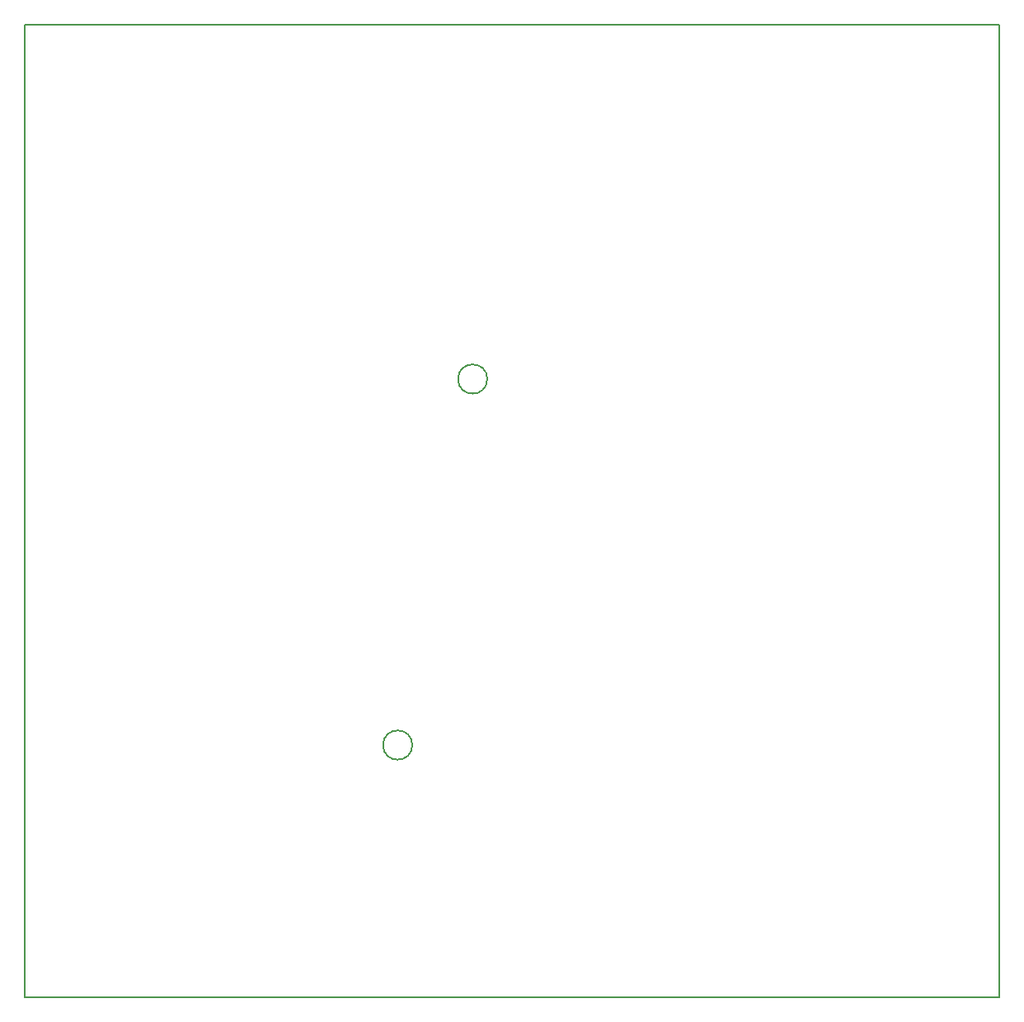
<source format=gbr>
G04 #@! TF.GenerationSoftware,KiCad,Pcbnew,(5.1.5)-3*
G04 #@! TF.CreationDate,2020-05-06T23:50:08+02:00*
G04 #@! TF.ProjectId,mega_pro_atmega2560,6d656761-5f70-4726-9f5f-61746d656761,rev?*
G04 #@! TF.SameCoordinates,Original*
G04 #@! TF.FileFunction,Profile,NP*
%FSLAX46Y46*%
G04 Gerber Fmt 4.6, Leading zero omitted, Abs format (unit mm)*
G04 Created by KiCad (PCBNEW (5.1.5)-3) date 2020-05-06 23:50:08*
%MOMM*%
%LPD*%
G04 APERTURE LIST*
%ADD10C,0.150000*%
%ADD11C,0.200000*%
G04 APERTURE END LIST*
D10*
X196040000Y-113025000D02*
X196040000Y-13175000D01*
X96040000Y-13175000D02*
X96040000Y-113025000D01*
X96040000Y-113025000D02*
X196040000Y-113025000D01*
X196040000Y-13175000D02*
X96040000Y-13175000D01*
D11*
X143497300Y-49550322D02*
G75*
G03X143497300Y-49550322I-1501140J0D01*
G01*
X135796020Y-87149940D02*
G75*
G03X135796020Y-87149940I-1501140J0D01*
G01*
M02*

</source>
